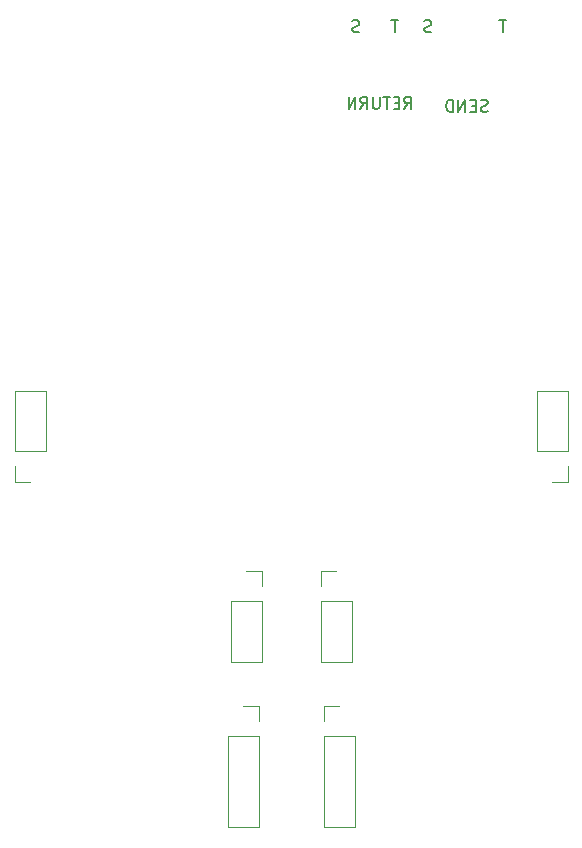
<source format=gbo>
%TF.GenerationSoftware,KiCad,Pcbnew,(5.1.8-0-10_14)*%
%TF.CreationDate,2021-09-01T19:05:50+01:00*%
%TF.ProjectId,4u-spring-reverb,34752d73-7072-4696-9e67-2d7265766572,rev?*%
%TF.SameCoordinates,Original*%
%TF.FileFunction,Legend,Bot*%
%TF.FilePolarity,Positive*%
%FSLAX46Y46*%
G04 Gerber Fmt 4.6, Leading zero omitted, Abs format (unit mm)*
G04 Created by KiCad (PCBNEW (5.1.8-0-10_14)) date 2021-09-01 19:05:50*
%MOMM*%
%LPD*%
G01*
G04 APERTURE LIST*
%ADD10C,0.150000*%
%ADD11C,0.120000*%
G04 APERTURE END LIST*
D10*
X131476714Y-39393761D02*
X131333857Y-39441380D01*
X131095761Y-39441380D01*
X131000523Y-39393761D01*
X130952904Y-39346142D01*
X130905285Y-39250904D01*
X130905285Y-39155666D01*
X130952904Y-39060428D01*
X131000523Y-39012809D01*
X131095761Y-38965190D01*
X131286238Y-38917571D01*
X131381476Y-38869952D01*
X131429095Y-38822333D01*
X131476714Y-38727095D01*
X131476714Y-38631857D01*
X131429095Y-38536619D01*
X131381476Y-38489000D01*
X131286238Y-38441380D01*
X131048142Y-38441380D01*
X130905285Y-38489000D01*
X134778714Y-38441380D02*
X134207285Y-38441380D01*
X134493000Y-39441380D02*
X134493000Y-38441380D01*
X135294428Y-45918380D02*
X135627761Y-45442190D01*
X135865857Y-45918380D02*
X135865857Y-44918380D01*
X135484904Y-44918380D01*
X135389666Y-44966000D01*
X135342047Y-45013619D01*
X135294428Y-45108857D01*
X135294428Y-45251714D01*
X135342047Y-45346952D01*
X135389666Y-45394571D01*
X135484904Y-45442190D01*
X135865857Y-45442190D01*
X134865857Y-45394571D02*
X134532523Y-45394571D01*
X134389666Y-45918380D02*
X134865857Y-45918380D01*
X134865857Y-44918380D01*
X134389666Y-44918380D01*
X134103952Y-44918380D02*
X133532523Y-44918380D01*
X133818238Y-45918380D02*
X133818238Y-44918380D01*
X133199190Y-44918380D02*
X133199190Y-45727904D01*
X133151571Y-45823142D01*
X133103952Y-45870761D01*
X133008714Y-45918380D01*
X132818238Y-45918380D01*
X132722999Y-45870761D01*
X132675380Y-45823142D01*
X132627761Y-45727904D01*
X132627761Y-44918380D01*
X131580142Y-45918380D02*
X131913476Y-45442190D01*
X132151571Y-45918380D02*
X132151571Y-44918380D01*
X131770619Y-44918380D01*
X131675380Y-44966000D01*
X131627761Y-45013619D01*
X131580142Y-45108857D01*
X131580142Y-45251714D01*
X131627761Y-45346952D01*
X131675380Y-45394571D01*
X131770619Y-45442190D01*
X132151571Y-45442190D01*
X131151571Y-45918380D02*
X131151571Y-44918380D01*
X130580142Y-45918380D01*
X130580142Y-44918380D01*
X137572714Y-39393761D02*
X137429857Y-39441380D01*
X137191761Y-39441380D01*
X137096523Y-39393761D01*
X137048904Y-39346142D01*
X137001285Y-39250904D01*
X137001285Y-39155666D01*
X137048904Y-39060428D01*
X137096523Y-39012809D01*
X137191761Y-38965190D01*
X137382238Y-38917571D01*
X137477476Y-38869952D01*
X137525095Y-38822333D01*
X137572714Y-38727095D01*
X137572714Y-38631857D01*
X137525095Y-38536619D01*
X137477476Y-38489000D01*
X137382238Y-38441380D01*
X137144142Y-38441380D01*
X137001285Y-38489000D01*
X143922714Y-38441380D02*
X143351285Y-38441380D01*
X143637000Y-39441380D02*
X143637000Y-38441380D01*
X142350904Y-46124761D02*
X142208047Y-46172380D01*
X141969952Y-46172380D01*
X141874714Y-46124761D01*
X141827095Y-46077142D01*
X141779476Y-45981904D01*
X141779476Y-45886666D01*
X141827095Y-45791428D01*
X141874714Y-45743809D01*
X141969952Y-45696190D01*
X142160428Y-45648571D01*
X142255666Y-45600952D01*
X142303285Y-45553333D01*
X142350904Y-45458095D01*
X142350904Y-45362857D01*
X142303285Y-45267619D01*
X142255666Y-45220000D01*
X142160428Y-45172380D01*
X141922333Y-45172380D01*
X141779476Y-45220000D01*
X141350904Y-45648571D02*
X141017571Y-45648571D01*
X140874714Y-46172380D02*
X141350904Y-46172380D01*
X141350904Y-45172380D01*
X140874714Y-45172380D01*
X140446142Y-46172380D02*
X140446142Y-45172380D01*
X139874714Y-46172380D01*
X139874714Y-45172380D01*
X139398523Y-46172380D02*
X139398523Y-45172380D01*
X139160428Y-45172380D01*
X139017571Y-45220000D01*
X138922333Y-45315238D01*
X138874714Y-45410476D01*
X138827095Y-45600952D01*
X138827095Y-45743809D01*
X138874714Y-45934285D01*
X138922333Y-46029523D01*
X139017571Y-46124761D01*
X139160428Y-46172380D01*
X139398523Y-46172380D01*
D11*
%TO.C,J7*%
X123250000Y-85030000D02*
X121920000Y-85030000D01*
X123250000Y-86360000D02*
X123250000Y-85030000D01*
X123250000Y-87630000D02*
X120590000Y-87630000D01*
X120590000Y-87630000D02*
X120590000Y-92770000D01*
X123250000Y-87630000D02*
X123250000Y-92770000D01*
X123250000Y-92770000D02*
X120590000Y-92770000D01*
%TO.C,J6*%
X129540000Y-85030000D02*
X128210000Y-85030000D01*
X128210000Y-85030000D02*
X128210000Y-86360000D01*
X128210000Y-87630000D02*
X128210000Y-92770000D01*
X130870000Y-92770000D02*
X128210000Y-92770000D01*
X130870000Y-87630000D02*
X130870000Y-92770000D01*
X130870000Y-87630000D02*
X128210000Y-87630000D01*
%TO.C,J12*%
X122996000Y-96460000D02*
X121666000Y-96460000D01*
X122996000Y-97790000D02*
X122996000Y-96460000D01*
X122996000Y-99060000D02*
X120336000Y-99060000D01*
X120336000Y-99060000D02*
X120336000Y-106740000D01*
X122996000Y-99060000D02*
X122996000Y-106740000D01*
X122996000Y-106740000D02*
X120336000Y-106740000D01*
%TO.C,J11*%
X129794000Y-96460000D02*
X128464000Y-96460000D01*
X128464000Y-96460000D02*
X128464000Y-97790000D01*
X128464000Y-99060000D02*
X128464000Y-106740000D01*
X131124000Y-106740000D02*
X128464000Y-106740000D01*
X131124000Y-99060000D02*
X131124000Y-106740000D01*
X131124000Y-99060000D02*
X128464000Y-99060000D01*
%TO.C,J10*%
X147828000Y-77530000D02*
X149158000Y-77530000D01*
X149158000Y-77530000D02*
X149158000Y-76200000D01*
X149158000Y-74930000D02*
X149158000Y-69790000D01*
X146498000Y-69790000D02*
X149158000Y-69790000D01*
X146498000Y-74930000D02*
X146498000Y-69790000D01*
X146498000Y-74930000D02*
X149158000Y-74930000D01*
%TO.C,J9*%
X102302000Y-77530000D02*
X103632000Y-77530000D01*
X102302000Y-76200000D02*
X102302000Y-77530000D01*
X102302000Y-74930000D02*
X104962000Y-74930000D01*
X104962000Y-74930000D02*
X104962000Y-69790000D01*
X102302000Y-74930000D02*
X102302000Y-69790000D01*
X102302000Y-69790000D02*
X104962000Y-69790000D01*
%TD*%
M02*

</source>
